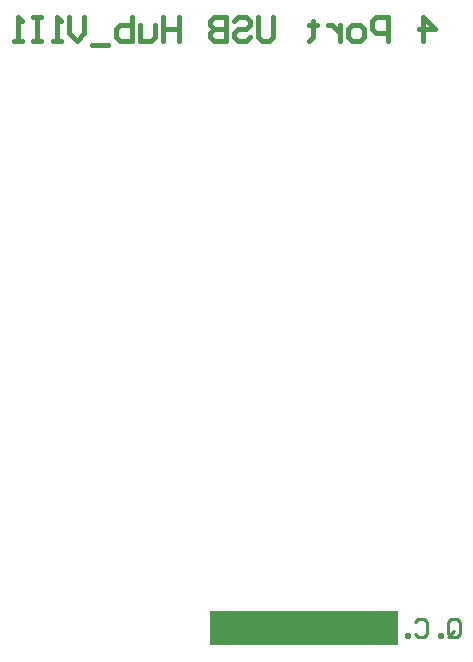
<source format=gbo>
G04*
G04 #@! TF.GenerationSoftware,Altium Limited,Altium Designer,20.2.3 (150)*
G04*
G04 Layer_Color=32896*
%FSLAX44Y44*%
%MOMM*%
G71*
G04*
G04 #@! TF.SameCoordinates,CE7551EE-2CAC-49A0-A575-A5F11EB50F32*
G04*
G04*
G04 #@! TF.FilePolarity,Positive*
G04*
G01*
G75*
%ADD14C,0.2540*%
%ADD15C,0.4000*%
%ADD65R,16.0000X3.0000*%
D14*
X2112303Y480079D02*
Y490236D01*
X2114843Y492775D01*
X2119921D01*
X2122460Y490236D01*
Y480079D01*
X2119921Y477540D01*
X2114843D01*
X2117382Y482618D02*
X2112303Y477540D01*
X2114843D02*
X2112303Y480079D01*
X2107225Y477540D02*
Y480079D01*
X2104686D01*
Y477540D01*
X2107225D01*
X2084372Y490236D02*
X2086911Y492775D01*
X2091990D01*
X2094529Y490236D01*
Y480079D01*
X2091990Y477540D01*
X2086911D01*
X2084372Y480079D01*
X2079294Y477540D02*
Y480079D01*
X2076755D01*
Y477540D01*
X2079294D01*
D15*
X2091003Y982332D02*
Y1002326D01*
X2101000Y992329D01*
X2087671D01*
X2061013Y982332D02*
Y1002326D01*
X2051016D01*
X2047684Y998994D01*
Y992329D01*
X2051016Y988997D01*
X2061013D01*
X2037687Y982332D02*
X2031023D01*
X2027690Y985665D01*
Y992329D01*
X2031023Y995661D01*
X2037687D01*
X2041019Y992329D01*
Y985665D01*
X2037687Y982332D01*
X2021026Y995661D02*
Y982332D01*
Y988997D01*
X2017693Y992329D01*
X2014361Y995661D01*
X2011029D01*
X1997700Y998994D02*
Y995661D01*
X2001032D01*
X1994368D01*
X1997700D01*
Y985665D01*
X1994368Y982332D01*
X1964377Y1002326D02*
Y985665D01*
X1961045Y982332D01*
X1954381D01*
X1951048Y985665D01*
Y1002326D01*
X1931055Y998994D02*
X1934387Y1002326D01*
X1941052D01*
X1944384Y998994D01*
Y995661D01*
X1941052Y992329D01*
X1934387D01*
X1931055Y988997D01*
Y985665D01*
X1934387Y982332D01*
X1941052D01*
X1944384Y985665D01*
X1924390Y1002326D02*
Y982332D01*
X1914393D01*
X1911061Y985665D01*
Y988997D01*
X1914393Y992329D01*
X1924390D01*
X1914393D01*
X1911061Y995661D01*
Y998994D01*
X1914393Y1002326D01*
X1924390D01*
X1884403D02*
Y982332D01*
Y992329D01*
X1871074D01*
Y1002326D01*
Y982332D01*
X1864410Y995661D02*
Y985665D01*
X1861077Y982332D01*
X1851080D01*
Y995661D01*
X1844416Y1002326D02*
Y982332D01*
X1834419D01*
X1831087Y985665D01*
Y988997D01*
Y992329D01*
X1834419Y995661D01*
X1844416D01*
X1824422Y979000D02*
X1811093D01*
X1804429Y1002326D02*
Y988997D01*
X1797764Y982332D01*
X1791100Y988997D01*
Y1002326D01*
X1784435Y982332D02*
X1777771D01*
X1781103D01*
Y1002326D01*
X1784435Y998994D01*
X1767774Y1002326D02*
X1761110D01*
X1764442D01*
Y982332D01*
X1767774D01*
X1761110D01*
X1751113D02*
X1744448D01*
X1747780D01*
Y1002326D01*
X1751113Y998994D01*
D65*
X1990000Y485000D02*
D03*
M02*

</source>
